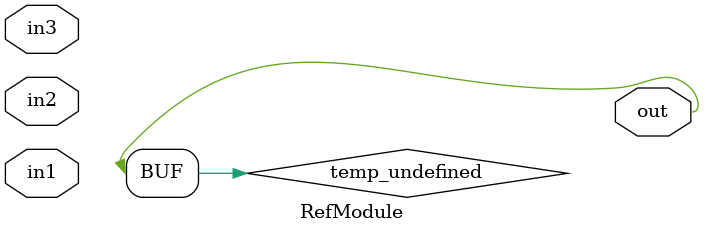
<source format=sv>

module RefModule (
  input in1,
  input in2,
  input in3,
  output wire out
);

  assign out = temp_undefined;

endmodule


</source>
